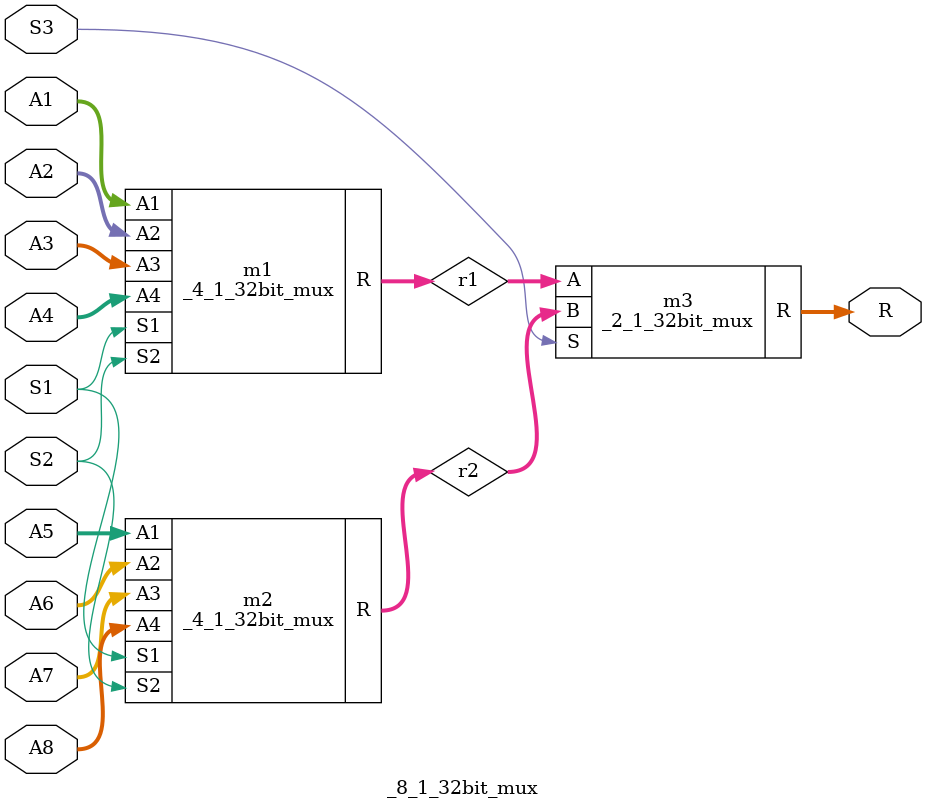
<source format=v>
module _2_1mux(R,A,B,S);
input A,B,S;
output R;
wire r1,r2,r3;

not (r1,S);
and (r2,A,r1);
and (r3,B,S);
or (R,r2,r3);

endmodule

module _2_1_32bit_mux(R,A,B,S);
input [31:0] A,B;
input S;
output [31:0] R;
wire [31:0] s1,r1,r2,r3;

or (s1[0], 1'b0, S);
or (s1[1], 1'b0, S);
or (s1[2], 1'b0, S);
or (s1[3], 1'b0, S);
or (s1[4], 1'b0, S);
or (s1[5], 1'b0, S);
or (s1[6], 1'b0, S);
or (s1[7], 1'b0, S);
or (s1[8], 1'b0, S);
or (s1[9], 1'b0, S);
or (s1[10], 1'b0, S);
or (s1[11], 1'b0, S);
or (s1[12], 1'b0, S);
or (s1[13], 1'b0, S);
or (s1[14], 1'b0, S);
or (s1[15], 1'b0, S);
or (s1[16], 1'b0, S);
or (s1[17], 1'b0, S);
or (s1[18], 1'b0, S);
or (s1[19], 1'b0, S);
or (s1[20], 1'b0, S);
or (s1[21], 1'b0, S);
or (s1[22], 1'b0, S);
or (s1[23], 1'b0, S);
or (s1[24], 1'b0, S);
or (s1[25], 1'b0, S);
or (s1[26], 1'b0, S);
or (s1[27], 1'b0, S);
or (s1[28], 1'b0, S);
or (s1[29], 1'b0, S);
or (s1[30], 1'b0, S);
or (s1[31], 1'b0, S);

xor_operator xor1 (r1,32'b11111111111111111111111111111111,s1);
and_operator and1 (r2,A,r1);
and_operator and2 (r3,B,s1);
or_operator or1 (R,r2,r3);

endmodule

module _4_1_32bit_mux(R,A1,A2,A3,A4,S1,S2);
input [31:0] A1,A2,A3,A4;
input S1,S2;
output [31:0] R;
wire [31:0] r1,r2;

_2_1_32bit_mux m1 (r1,A1,A2,S1);
_2_1_32bit_mux m2 (r2,A3,A4,S1);
_2_1_32bit_mux m3 (R,r1,r2,S2);

endmodule

module _8_1_32bit_mux(R,A1,A2,A3,A4,A5,A6,A7,A8,S1,S2,S3);
input [31:0] A1,A2,A3,A4,A5,A6,A7,A8;
input S1,S2,S3;
output [31:0] R;
wire [31:0] r1,r2;

_4_1_32bit_mux m1 (r1,A1,A2,A3,A4,S1,S2);
_4_1_32bit_mux m2 (r2,A5,A6,A7,A8,S1,S2);
_2_1_32bit_mux m3 (R,r1,r2,S3);

endmodule

</source>
